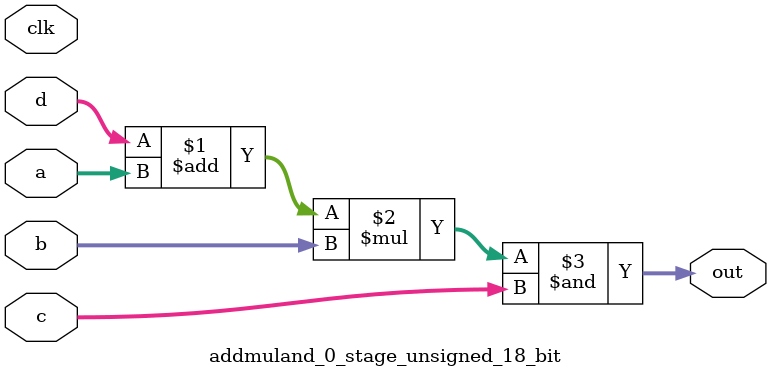
<source format=sv>
(* use_dsp = "yes" *) module addmuland_0_stage_unsigned_18_bit(
	input  [17:0] a,
	input  [17:0] b,
	input  [17:0] c,
	input  [17:0] d,
	output [17:0] out,
	input clk);

	assign out = ((d + a) * b) & c;
endmodule

</source>
